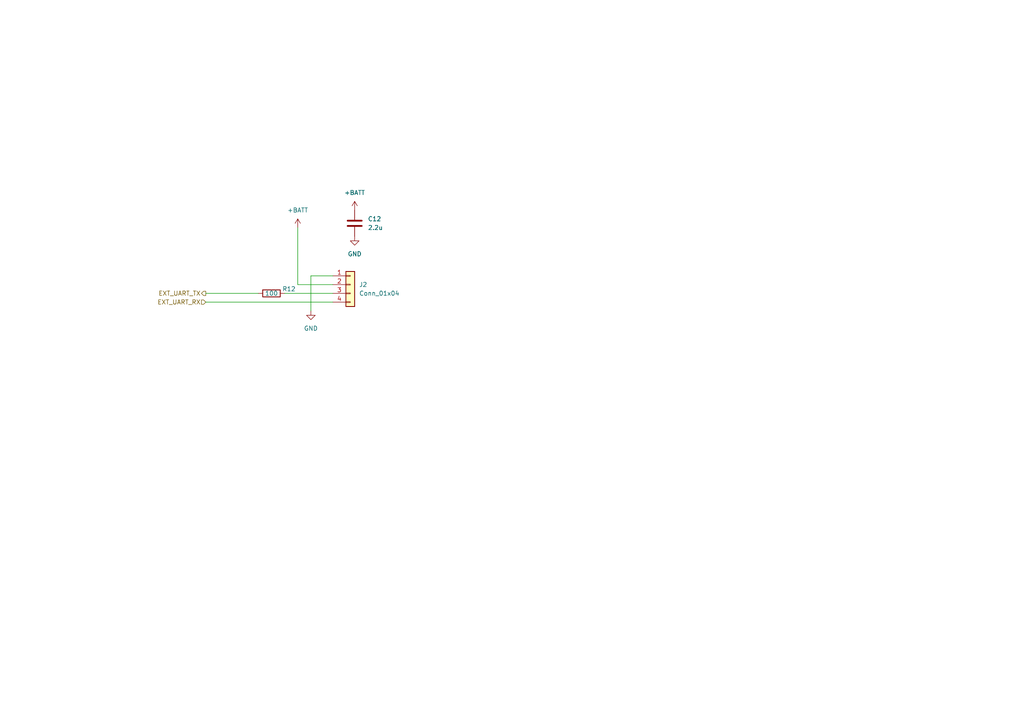
<source format=kicad_sch>
(kicad_sch (version 20230121) (generator eeschema)
  (paper "A4")
  (lib_symbols
    (symbol "Connector_Generic:Conn_01x04" (pin_names (offset 1.016) hide)
      (property "Reference" "J" (at 0 5.08 0))
      (property "Value" "Conn_01x04" (at 0 -7.62 0))
      (symbol "Conn_01x04_1_1"
        (rectangle (start -1.27 -4.953) (end 0 -5.207) (stroke (width 0.1524)))
        (rectangle (start -1.27 -2.413) (end 0 -2.667) (stroke (width 0.1524)))
        (rectangle (start -1.27 0.127) (end 0 -0.127) (stroke (width 0.1524)))
        (rectangle (start -1.27 2.667) (end 0 2.413) (stroke (width 0.1524)))
        (rectangle (start -1.27 3.81) (end 1.27 -6.35) (stroke (width 0.254)) (fill (type background)))
        (pin passive line (at -5.08 2.54 0) (length 3.81) (name "Pin_1") (number "1"))
        (pin passive line (at -5.08 0 0) (length 3.81) (name "Pin_2") (number "2"))
        (pin passive line (at -5.08 -2.54 0) (length 3.81) (name "Pin_3") (number "3"))
        (pin passive line (at -5.08 -5.08 0) (length 3.81) (name "Pin_4") (number "4"))
      )
    )
    (symbol "Device:C" (pin_numbers hide) (pin_names (offset 0.254))
      (property "Reference" "C" (at 0.635 2.54 0))
      (property "Value" "C" (at 0.635 -2.54 0))
      (symbol "C_0_1"
        (polyline (pts (xy -2.032 -0.762) (xy 2.032 -0.762)) (stroke (width 0.508)))
        (polyline (pts (xy -2.032 0.762) (xy 2.032 0.762)) (stroke (width 0.508)))
      )
      (symbol "C_1_1"
        (pin passive line (at 0 3.81 270) (length 2.794) (name "~") (number "1"))
        (pin passive line (at 0 -3.81 90) (length 2.794) (name "~") (number "2"))
      )
    )
    (symbol "Device:R" (pin_numbers hide) (pin_names (offset 0))
      (property "Reference" "R" (at 2.032 0 90))
      (property "Value" "R" (at 0 0 90))
      (symbol "R_0_1"
        (rectangle (start -1.016 -2.54) (end 1.016 2.54) (stroke (width 0.254)))
      )
      (symbol "R_1_1"
        (pin passive line (at 0 3.81 270) (length 1.27) (name "~") (number "1"))
        (pin passive line (at 0 -3.81 90) (length 1.27) (name "~") (number "2"))
      )
    )
    (symbol "power:+BATT" (power) (pin_names (offset 0))
      (property "Value" "+BATT" (at 0 3.556 0))
      (symbol "+BATT_0_1"
        (polyline (pts (xy -0.762 1.27) (xy 0 2.54)))
        (polyline (pts (xy 0 0) (xy 0 2.54)))
        (polyline (pts (xy 0 2.54) (xy 0.762 1.27)))
      )
      (symbol "+BATT_1_1"
        (pin power_in line (at 0 0 90) (length 0) hide (name "+BATT") (number "1"))
      )
    )
    (symbol "power:GND" (power) (pin_names (offset 0))
      (property "Value" "GND" (at 0 -3.81 0))
      (symbol "GND_0_1"
        (polyline (pts (xy 0 0) (xy 0 -1.27) (xy 1.27 -1.27) (xy 0 -2.54) (xy -1.27 -1.27) (xy 0 -1.27)))
      )
      (symbol "GND_1_1"
        (pin power_in line (at 0 0 270) (length 0) hide (name "GND") (number "1"))
      )
    )
  )
  (wire (pts (xy 59.69 85.09) (xy 74.93 85.09)))
  (wire (pts (xy 82.55 85.09) (xy 96.52 85.09)))
  (wire (pts (xy 90.17 80.01) (xy 90.17 90.17)))
  (wire (pts (xy 86.36 82.55) (xy 86.36 66.04)))
  (wire (pts (xy 96.52 80.01) (xy 90.17 80.01)))
  (wire (pts (xy 96.52 82.55) (xy 86.36 82.55)))
  (wire (pts (xy 59.69 87.63) (xy 96.52 87.63)))
  (hierarchical_label "EXT_UART_RX" (shape input) (at 59.69 87.63 180))
  (hierarchical_label "EXT_UART_TX" (shape output) (at 59.69 85.09 180))
  (symbol (lib_id "Device:C") (at 102.87 64.77 0) (unit 1)
    (property "Reference" "C12" (at 106.68 63.5 0) (effects (justify left)))
    (property "Value" "2.2u" (at 106.68 66.04 0) (effects (justify left)))
    (property "Footprint" "Capacitor_SMD:C_0603_1608Metric" (effects hide))
  )
  (symbol (lib_id "Device:R") (at 78.74 85.09 90) (unit 1)
    (property "Reference" "R12" (at 83.82 83.82 90))
    (property "Value" "100" (at 78.74 85.09 90))
    (property "Footprint" "Resistor_SMD:R_0603_1608Metric" (effects hide))
  )
  (symbol (lib_id "power:GND") (at 102.87 68.58 0) (unit 1)
    (property "Reference" "#PWR018" (effects hide))
    (property "Value" "GND" (at 102.87 73.66 0))
  )
  (symbol (lib_id "power:+BATT") (at 102.87 60.96 0) (unit 1)
    (property "Reference" "#PWR039" (effects hide))
    (property "Value" "+BATT" (at 102.87 55.88 0))
  )
  (symbol (lib_id "Connector_Generic:Conn_01x04") (at 101.6 82.55 0) (unit 1)
    (property "Reference" "J2" (at 104.14 82.55 0) (effects (justify left)))
    (property "Value" "Conn_01x04" (at 104.14 85.09 0) (effects (justify left)))
    (property "Footprint" "Connector_PinHeader_2.54mm:PinHeader_1x04_P2.54mm_Vertical" (effects hide))
  )
  (symbol (lib_id "power:+BATT") (at 86.36 66.04 0) (unit 1)
    (property "Reference" "#PWR019" (effects hide))
    (property "Value" "+BATT" (at 86.36 60.96 0))
  )
  (symbol (lib_id "power:GND") (at 90.17 90.17 0) (unit 1)
    (property "Reference" "#PWR024" (effects hide))
    (property "Value" "GND" (at 90.17 95.25 0))
  )
)
</source>
